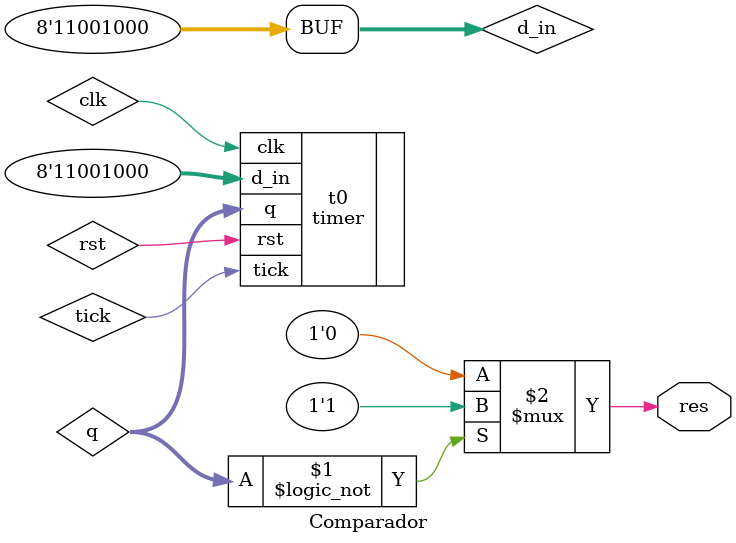
<source format=sv>
module Comparador (output logic res);

    reg clk, rst;
    reg [7:0] d_in=8'd200;
    wire tick;
    wire [7:0] q;
     
    timer t0(
        .clk(clk), 
        .rst(rst), 
        .d_in(d_in),
        .q(q),
        .tick(tick)
    );

	assign res= (q==0)? 1'b1:1'b0;



endmodule
</source>
